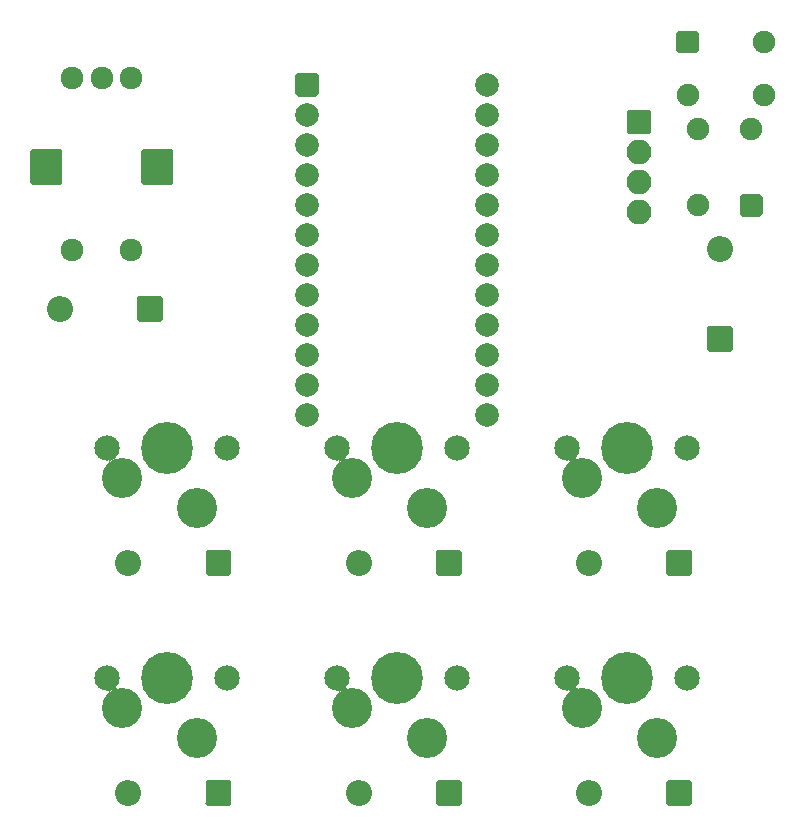
<source format=gbs>
%TF.GenerationSoftware,KiCad,Pcbnew,5.1.9-73d0e3b20d~88~ubuntu20.10.1*%
%TF.CreationDate,2021-04-11T15:17:01-07:00*%
%TF.ProjectId,macropad-v2_0_0,6d616372-6f70-4616-942d-76325f305f30,rev?*%
%TF.SameCoordinates,Original*%
%TF.FileFunction,Soldermask,Bot*%
%TF.FilePolarity,Negative*%
%FSLAX46Y46*%
G04 Gerber Fmt 4.6, Leading zero omitted, Abs format (unit mm)*
G04 Created by KiCad (PCBNEW 5.1.9-73d0e3b20d~88~ubuntu20.10.1) date 2021-04-11 15:17:01*
%MOMM*%
%LPD*%
G01*
G04 APERTURE LIST*
%ADD10C,2.150000*%
%ADD11C,4.400000*%
%ADD12C,3.400000*%
%ADD13C,2.000000*%
%ADD14O,2.100000X2.100000*%
%ADD15C,1.924000*%
%ADD16O,2.200000X2.200000*%
%ADD17C,1.898000*%
%ADD18C,0.100000*%
G04 APERTURE END LIST*
D10*
%TO.C,SW3*%
X161830000Y-137750000D03*
X151670000Y-137750000D03*
D11*
X156750000Y-137750000D03*
D12*
X159290000Y-142830000D03*
X152940000Y-140290000D03*
%TD*%
D10*
%TO.C,SW6*%
X161830000Y-157250000D03*
X151670000Y-157250000D03*
D11*
X156750000Y-157250000D03*
D12*
X159290000Y-162330000D03*
X152940000Y-159790000D03*
%TD*%
D10*
%TO.C,SW5*%
X142330000Y-157250000D03*
X132170000Y-157250000D03*
D11*
X137250000Y-157250000D03*
D12*
X139790000Y-162330000D03*
X133440000Y-159790000D03*
%TD*%
D10*
%TO.C,SW1*%
X122830000Y-137750000D03*
X112670000Y-137750000D03*
D11*
X117750000Y-137750000D03*
D12*
X120290000Y-142830000D03*
X113940000Y-140290000D03*
%TD*%
D10*
%TO.C,SW4*%
X122830000Y-157250000D03*
X112670000Y-157250000D03*
D11*
X117750000Y-157250000D03*
D12*
X120290000Y-162330000D03*
X113940000Y-159790000D03*
%TD*%
%TO.C,SW2*%
X133440000Y-140290000D03*
X139790000Y-142830000D03*
D11*
X137250000Y-137750000D03*
D10*
X132170000Y-137750000D03*
X142330000Y-137750000D03*
%TD*%
%TO.C,U1*%
G36*
G01*
X128830000Y-106030000D02*
X130430000Y-106030000D01*
G75*
G02*
X130630000Y-106230000I0J-200000D01*
G01*
X130630000Y-107830000D01*
G75*
G02*
X130430000Y-108030000I-200000J0D01*
G01*
X128830000Y-108030000D01*
G75*
G02*
X128630000Y-107830000I0J200000D01*
G01*
X128630000Y-106230000D01*
G75*
G02*
X128830000Y-106030000I200000J0D01*
G01*
G37*
D13*
X129630000Y-109570000D03*
X129630000Y-112110000D03*
X129630000Y-114650000D03*
X129630000Y-117190000D03*
X129630000Y-119730000D03*
X129630000Y-122270000D03*
X129630000Y-124810000D03*
X129630000Y-127350000D03*
X129630000Y-129890000D03*
X129630000Y-132430000D03*
X129630000Y-134970000D03*
X144870000Y-134970000D03*
X144870000Y-132430000D03*
X144870000Y-129890000D03*
X144870000Y-127350000D03*
X144870000Y-124810000D03*
X144870000Y-122270000D03*
X144870000Y-119730000D03*
X144870000Y-117190000D03*
X144870000Y-114650000D03*
X144870000Y-112110000D03*
X144870000Y-109570000D03*
X144870000Y-107030000D03*
%TD*%
%TO.C,J1*%
G36*
G01*
X158780000Y-109340000D02*
X158780000Y-111040000D01*
G75*
G02*
X158580000Y-111240000I-200000J0D01*
G01*
X156880000Y-111240000D01*
G75*
G02*
X156680000Y-111040000I0J200000D01*
G01*
X156680000Y-109340000D01*
G75*
G02*
X156880000Y-109140000I200000J0D01*
G01*
X158580000Y-109140000D01*
G75*
G02*
X158780000Y-109340000I0J-200000D01*
G01*
G37*
D14*
X157730000Y-112730000D03*
X157730000Y-115270000D03*
X157730000Y-117810000D03*
%TD*%
D15*
%TO.C,SW7*%
X114750000Y-121000000D03*
X109750000Y-121000000D03*
X114750000Y-106500000D03*
X112250000Y-106500000D03*
X109750000Y-106500000D03*
G36*
G01*
X106200000Y-115350000D02*
X106200000Y-112650000D01*
G75*
G02*
X106400000Y-112450000I200000J0D01*
G01*
X108700000Y-112450000D01*
G75*
G02*
X108900000Y-112650000I0J-200000D01*
G01*
X108900000Y-115350000D01*
G75*
G02*
X108700000Y-115550000I-200000J0D01*
G01*
X106400000Y-115550000D01*
G75*
G02*
X106200000Y-115350000I0J200000D01*
G01*
G37*
G36*
G01*
X115600000Y-115350000D02*
X115600000Y-112650000D01*
G75*
G02*
X115800000Y-112450000I200000J0D01*
G01*
X118100000Y-112450000D01*
G75*
G02*
X118300000Y-112650000I0J-200000D01*
G01*
X118300000Y-115350000D01*
G75*
G02*
X118100000Y-115550000I-200000J0D01*
G01*
X115800000Y-115550000D01*
G75*
G02*
X115600000Y-115350000I0J200000D01*
G01*
G37*
%TD*%
%TO.C,D1*%
G36*
G01*
X123235000Y-146600000D02*
X123235000Y-148400000D01*
G75*
G02*
X123035000Y-148600000I-200000J0D01*
G01*
X121235000Y-148600000D01*
G75*
G02*
X121035000Y-148400000I0J200000D01*
G01*
X121035000Y-146600000D01*
G75*
G02*
X121235000Y-146400000I200000J0D01*
G01*
X123035000Y-146400000D01*
G75*
G02*
X123235000Y-146600000I0J-200000D01*
G01*
G37*
D16*
X114515000Y-147500000D03*
%TD*%
%TO.C,D2*%
X134015000Y-147500000D03*
G36*
G01*
X142735000Y-146600000D02*
X142735000Y-148400000D01*
G75*
G02*
X142535000Y-148600000I-200000J0D01*
G01*
X140735000Y-148600000D01*
G75*
G02*
X140535000Y-148400000I0J200000D01*
G01*
X140535000Y-146600000D01*
G75*
G02*
X140735000Y-146400000I200000J0D01*
G01*
X142535000Y-146400000D01*
G75*
G02*
X142735000Y-146600000I0J-200000D01*
G01*
G37*
%TD*%
%TO.C,D3*%
G36*
G01*
X162235000Y-146600000D02*
X162235000Y-148400000D01*
G75*
G02*
X162035000Y-148600000I-200000J0D01*
G01*
X160235000Y-148600000D01*
G75*
G02*
X160035000Y-148400000I0J200000D01*
G01*
X160035000Y-146600000D01*
G75*
G02*
X160235000Y-146400000I200000J0D01*
G01*
X162035000Y-146400000D01*
G75*
G02*
X162235000Y-146600000I0J-200000D01*
G01*
G37*
X153515000Y-147500000D03*
%TD*%
%TO.C,D4*%
X114515000Y-167000000D03*
G36*
G01*
X123235000Y-166100000D02*
X123235000Y-167900000D01*
G75*
G02*
X123035000Y-168100000I-200000J0D01*
G01*
X121235000Y-168100000D01*
G75*
G02*
X121035000Y-167900000I0J200000D01*
G01*
X121035000Y-166100000D01*
G75*
G02*
X121235000Y-165900000I200000J0D01*
G01*
X123035000Y-165900000D01*
G75*
G02*
X123235000Y-166100000I0J-200000D01*
G01*
G37*
%TD*%
%TO.C,D5*%
G36*
G01*
X142735000Y-166100000D02*
X142735000Y-167900000D01*
G75*
G02*
X142535000Y-168100000I-200000J0D01*
G01*
X140735000Y-168100000D01*
G75*
G02*
X140535000Y-167900000I0J200000D01*
G01*
X140535000Y-166100000D01*
G75*
G02*
X140735000Y-165900000I200000J0D01*
G01*
X142535000Y-165900000D01*
G75*
G02*
X142735000Y-166100000I0J-200000D01*
G01*
G37*
X134015000Y-167000000D03*
%TD*%
%TO.C,D6*%
X153515000Y-167000000D03*
G36*
G01*
X162235000Y-166100000D02*
X162235000Y-167900000D01*
G75*
G02*
X162035000Y-168100000I-200000J0D01*
G01*
X160235000Y-168100000D01*
G75*
G02*
X160035000Y-167900000I0J200000D01*
G01*
X160035000Y-166100000D01*
G75*
G02*
X160235000Y-165900000I200000J0D01*
G01*
X162035000Y-165900000D01*
G75*
G02*
X162235000Y-166100000I0J-200000D01*
G01*
G37*
%TD*%
%TO.C,D7*%
X108712000Y-125984000D03*
G36*
G01*
X117432000Y-125084000D02*
X117432000Y-126884000D01*
G75*
G02*
X117232000Y-127084000I-200000J0D01*
G01*
X115432000Y-127084000D01*
G75*
G02*
X115232000Y-126884000I0J200000D01*
G01*
X115232000Y-125084000D01*
G75*
G02*
X115432000Y-124884000I200000J0D01*
G01*
X117232000Y-124884000D01*
G75*
G02*
X117432000Y-125084000I0J-200000D01*
G01*
G37*
%TD*%
%TO.C,D8*%
G36*
G01*
X165492000Y-129624000D02*
X163692000Y-129624000D01*
G75*
G02*
X163492000Y-129424000I0J200000D01*
G01*
X163492000Y-127624000D01*
G75*
G02*
X163692000Y-127424000I200000J0D01*
G01*
X165492000Y-127424000D01*
G75*
G02*
X165692000Y-127624000I0J-200000D01*
G01*
X165692000Y-129424000D01*
G75*
G02*
X165492000Y-129624000I-200000J0D01*
G01*
G37*
X164592000Y-120904000D03*
%TD*%
D17*
%TO.C,SW8*%
X167250000Y-110750000D03*
X162750000Y-110750000D03*
G36*
G01*
X167999000Y-118199000D02*
X166501000Y-118199000D01*
G75*
G02*
X166301000Y-117999000I0J200000D01*
G01*
X166301000Y-116501000D01*
G75*
G02*
X166501000Y-116301000I200000J0D01*
G01*
X167999000Y-116301000D01*
G75*
G02*
X168199000Y-116501000I0J-200000D01*
G01*
X168199000Y-117999000D01*
G75*
G02*
X167999000Y-118199000I-200000J0D01*
G01*
G37*
X162750000Y-117250000D03*
%TD*%
%TO.C,Reset*%
X161850000Y-107914000D03*
G36*
G01*
X160901000Y-104163000D02*
X160901000Y-102665000D01*
G75*
G02*
X161101000Y-102465000I200000J0D01*
G01*
X162599000Y-102465000D01*
G75*
G02*
X162799000Y-102665000I0J-200000D01*
G01*
X162799000Y-104163000D01*
G75*
G02*
X162599000Y-104363000I-200000J0D01*
G01*
X161101000Y-104363000D01*
G75*
G02*
X160901000Y-104163000I0J200000D01*
G01*
G37*
X168350000Y-107914000D03*
X168350000Y-103414000D03*
%TD*%
D18*
G36*
X132956321Y-157978052D02*
G01*
X132955935Y-157979839D01*
X132946740Y-157991043D01*
X132937685Y-158007984D01*
X132932107Y-158026369D01*
X132930225Y-158045483D01*
X132932107Y-158064597D01*
X132937685Y-158082982D01*
X132946740Y-158099923D01*
X132958926Y-158114772D01*
X132973775Y-158126958D01*
X132990716Y-158136013D01*
X133009101Y-158141591D01*
X133028215Y-158143473D01*
X133042636Y-158142053D01*
X133044458Y-158142878D01*
X133044654Y-158144868D01*
X133043222Y-158146005D01*
X132947098Y-158165125D01*
X132639573Y-158292507D01*
X132362805Y-158477436D01*
X132352578Y-158487663D01*
X132350646Y-158488181D01*
X132349232Y-158486767D01*
X132349618Y-158484980D01*
X132358809Y-158473781D01*
X132367864Y-158456840D01*
X132373442Y-158438455D01*
X132375324Y-158419341D01*
X132373442Y-158400227D01*
X132367864Y-158381842D01*
X132358809Y-158364901D01*
X132346623Y-158350052D01*
X132331774Y-158337866D01*
X132314833Y-158328811D01*
X132296448Y-158323233D01*
X132277444Y-158321362D01*
X132275818Y-158320197D01*
X132276014Y-158318207D01*
X132277250Y-158317410D01*
X132481474Y-158276787D01*
X132675804Y-158196292D01*
X132850699Y-158079432D01*
X132952975Y-157977156D01*
X132954907Y-157976638D01*
X132956321Y-157978052D01*
G37*
G36*
X113456321Y-157978052D02*
G01*
X113455935Y-157979839D01*
X113446740Y-157991043D01*
X113437685Y-158007984D01*
X113432107Y-158026369D01*
X113430225Y-158045483D01*
X113432107Y-158064597D01*
X113437685Y-158082982D01*
X113446740Y-158099923D01*
X113458926Y-158114772D01*
X113473775Y-158126958D01*
X113490716Y-158136013D01*
X113509101Y-158141591D01*
X113528215Y-158143473D01*
X113542636Y-158142053D01*
X113544458Y-158142878D01*
X113544654Y-158144868D01*
X113543222Y-158146005D01*
X113447098Y-158165125D01*
X113139573Y-158292507D01*
X112862805Y-158477436D01*
X112852578Y-158487663D01*
X112850646Y-158488181D01*
X112849232Y-158486767D01*
X112849618Y-158484980D01*
X112858809Y-158473781D01*
X112867864Y-158456840D01*
X112873442Y-158438455D01*
X112875324Y-158419341D01*
X112873442Y-158400227D01*
X112867864Y-158381842D01*
X112858809Y-158364901D01*
X112846623Y-158350052D01*
X112831774Y-158337866D01*
X112814833Y-158328811D01*
X112796448Y-158323233D01*
X112777444Y-158321362D01*
X112775818Y-158320197D01*
X112776014Y-158318207D01*
X112777250Y-158317410D01*
X112981474Y-158276787D01*
X113175804Y-158196292D01*
X113350699Y-158079432D01*
X113452975Y-157977156D01*
X113454907Y-157976638D01*
X113456321Y-157978052D01*
G37*
G36*
X152456321Y-157978052D02*
G01*
X152455935Y-157979839D01*
X152446740Y-157991043D01*
X152437685Y-158007984D01*
X152432107Y-158026369D01*
X152430225Y-158045483D01*
X152432107Y-158064597D01*
X152437685Y-158082982D01*
X152446740Y-158099923D01*
X152458926Y-158114772D01*
X152473775Y-158126958D01*
X152490716Y-158136013D01*
X152509101Y-158141591D01*
X152528215Y-158143473D01*
X152542636Y-158142053D01*
X152544458Y-158142878D01*
X152544654Y-158144868D01*
X152543222Y-158146005D01*
X152447098Y-158165125D01*
X152139573Y-158292507D01*
X151862805Y-158477436D01*
X151852578Y-158487663D01*
X151850646Y-158488181D01*
X151849232Y-158486767D01*
X151849618Y-158484980D01*
X151858809Y-158473781D01*
X151867864Y-158456840D01*
X151873442Y-158438455D01*
X151875324Y-158419341D01*
X151873442Y-158400227D01*
X151867864Y-158381842D01*
X151858809Y-158364901D01*
X151846623Y-158350052D01*
X151831774Y-158337866D01*
X151814833Y-158328811D01*
X151796448Y-158323233D01*
X151777444Y-158321362D01*
X151775818Y-158320197D01*
X151776014Y-158318207D01*
X151777250Y-158317410D01*
X151981474Y-158276787D01*
X152175804Y-158196292D01*
X152350699Y-158079432D01*
X152452975Y-157977156D01*
X152454907Y-157976638D01*
X152456321Y-157978052D01*
G37*
G36*
X152456321Y-138478052D02*
G01*
X152455935Y-138479839D01*
X152446740Y-138491043D01*
X152437685Y-138507984D01*
X152432107Y-138526369D01*
X152430225Y-138545483D01*
X152432107Y-138564597D01*
X152437685Y-138582982D01*
X152446740Y-138599923D01*
X152458926Y-138614772D01*
X152473775Y-138626958D01*
X152490716Y-138636013D01*
X152509101Y-138641591D01*
X152528215Y-138643473D01*
X152542636Y-138642053D01*
X152544458Y-138642878D01*
X152544654Y-138644868D01*
X152543222Y-138646005D01*
X152447098Y-138665125D01*
X152139573Y-138792507D01*
X151862805Y-138977436D01*
X151852578Y-138987663D01*
X151850646Y-138988181D01*
X151849232Y-138986767D01*
X151849618Y-138984980D01*
X151858809Y-138973781D01*
X151867864Y-138956840D01*
X151873442Y-138938455D01*
X151875324Y-138919341D01*
X151873442Y-138900227D01*
X151867864Y-138881842D01*
X151858809Y-138864901D01*
X151846623Y-138850052D01*
X151831774Y-138837866D01*
X151814833Y-138828811D01*
X151796448Y-138823233D01*
X151777444Y-138821362D01*
X151775818Y-138820197D01*
X151776014Y-138818207D01*
X151777250Y-138817410D01*
X151981474Y-138776787D01*
X152175804Y-138696292D01*
X152350699Y-138579432D01*
X152452975Y-138477156D01*
X152454907Y-138476638D01*
X152456321Y-138478052D01*
G37*
G36*
X113456321Y-138478052D02*
G01*
X113455935Y-138479839D01*
X113446740Y-138491043D01*
X113437685Y-138507984D01*
X113432107Y-138526369D01*
X113430225Y-138545483D01*
X113432107Y-138564597D01*
X113437685Y-138582982D01*
X113446740Y-138599923D01*
X113458926Y-138614772D01*
X113473775Y-138626958D01*
X113490716Y-138636013D01*
X113509101Y-138641591D01*
X113528215Y-138643473D01*
X113542636Y-138642053D01*
X113544458Y-138642878D01*
X113544654Y-138644868D01*
X113543222Y-138646005D01*
X113447098Y-138665125D01*
X113139573Y-138792507D01*
X112862805Y-138977436D01*
X112852578Y-138987663D01*
X112850646Y-138988181D01*
X112849232Y-138986767D01*
X112849618Y-138984980D01*
X112858809Y-138973781D01*
X112867864Y-138956840D01*
X112873442Y-138938455D01*
X112875324Y-138919341D01*
X112873442Y-138900227D01*
X112867864Y-138881842D01*
X112858809Y-138864901D01*
X112846623Y-138850052D01*
X112831774Y-138837866D01*
X112814833Y-138828811D01*
X112796448Y-138823233D01*
X112777444Y-138821362D01*
X112775818Y-138820197D01*
X112776014Y-138818207D01*
X112777250Y-138817410D01*
X112981474Y-138776787D01*
X113175804Y-138696292D01*
X113350699Y-138579432D01*
X113452975Y-138477156D01*
X113454907Y-138476638D01*
X113456321Y-138478052D01*
G37*
G36*
X132956321Y-138478052D02*
G01*
X132955935Y-138479839D01*
X132946740Y-138491043D01*
X132937685Y-138507984D01*
X132932107Y-138526369D01*
X132930225Y-138545483D01*
X132932107Y-138564597D01*
X132937685Y-138582982D01*
X132946740Y-138599923D01*
X132958926Y-138614772D01*
X132973775Y-138626958D01*
X132990716Y-138636013D01*
X133009101Y-138641591D01*
X133028215Y-138643473D01*
X133042636Y-138642053D01*
X133044458Y-138642878D01*
X133044654Y-138644868D01*
X133043222Y-138646005D01*
X132947098Y-138665125D01*
X132639573Y-138792507D01*
X132362805Y-138977436D01*
X132352578Y-138987663D01*
X132350646Y-138988181D01*
X132349232Y-138986767D01*
X132349618Y-138984980D01*
X132358809Y-138973781D01*
X132367864Y-138956840D01*
X132373442Y-138938455D01*
X132375324Y-138919341D01*
X132373442Y-138900227D01*
X132367864Y-138881842D01*
X132358809Y-138864901D01*
X132346623Y-138850052D01*
X132331774Y-138837866D01*
X132314833Y-138828811D01*
X132296448Y-138823233D01*
X132277444Y-138821362D01*
X132275818Y-138820197D01*
X132276014Y-138818207D01*
X132277250Y-138817410D01*
X132481474Y-138776787D01*
X132675804Y-138696292D01*
X132850699Y-138579432D01*
X132952975Y-138477156D01*
X132954907Y-138476638D01*
X132956321Y-138478052D01*
G37*
M02*

</source>
